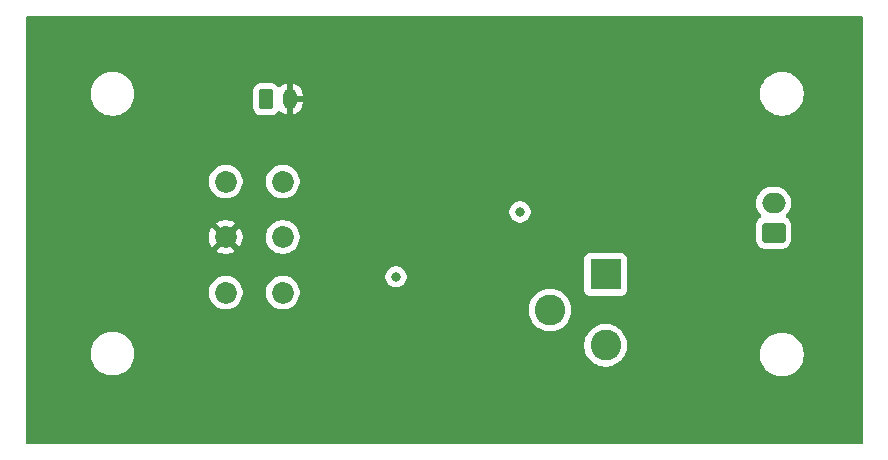
<source format=gbl>
%TF.GenerationSoftware,KiCad,Pcbnew,9.0.1*%
%TF.CreationDate,2025-06-05T12:59:16-07:00*%
%TF.ProjectId,chop_battery_board,63686f70-5f62-4617-9474-6572795f626f,rev?*%
%TF.SameCoordinates,Original*%
%TF.FileFunction,Copper,L4,Bot*%
%TF.FilePolarity,Positive*%
%FSLAX46Y46*%
G04 Gerber Fmt 4.6, Leading zero omitted, Abs format (unit mm)*
G04 Created by KiCad (PCBNEW 9.0.1) date 2025-06-05 12:59:16*
%MOMM*%
%LPD*%
G01*
G04 APERTURE LIST*
G04 Aperture macros list*
%AMRoundRect*
0 Rectangle with rounded corners*
0 $1 Rounding radius*
0 $2 $3 $4 $5 $6 $7 $8 $9 X,Y pos of 4 corners*
0 Add a 4 corners polygon primitive as box body*
4,1,4,$2,$3,$4,$5,$6,$7,$8,$9,$2,$3,0*
0 Add four circle primitives for the rounded corners*
1,1,$1+$1,$2,$3*
1,1,$1+$1,$4,$5*
1,1,$1+$1,$6,$7*
1,1,$1+$1,$8,$9*
0 Add four rect primitives between the rounded corners*
20,1,$1+$1,$2,$3,$4,$5,0*
20,1,$1+$1,$4,$5,$6,$7,0*
20,1,$1+$1,$6,$7,$8,$9,0*
20,1,$1+$1,$8,$9,$2,$3,0*%
G04 Aperture macros list end*
%TA.AperFunction,ComponentPad*%
%ADD10C,1.850000*%
%TD*%
%TA.AperFunction,ComponentPad*%
%ADD11R,2.600000X2.600000*%
%TD*%
%TA.AperFunction,ComponentPad*%
%ADD12C,2.600000*%
%TD*%
%TA.AperFunction,ComponentPad*%
%ADD13RoundRect,0.250000X0.750000X-0.600000X0.750000X0.600000X-0.750000X0.600000X-0.750000X-0.600000X0*%
%TD*%
%TA.AperFunction,ComponentPad*%
%ADD14O,2.000000X1.700000*%
%TD*%
%TA.AperFunction,ComponentPad*%
%ADD15RoundRect,0.250000X-0.350000X-0.625000X0.350000X-0.625000X0.350000X0.625000X-0.350000X0.625000X0*%
%TD*%
%TA.AperFunction,ComponentPad*%
%ADD16O,1.200000X1.750000*%
%TD*%
%TA.AperFunction,ViaPad*%
%ADD17C,0.800000*%
%TD*%
G04 APERTURE END LIST*
D10*
%TO.P,SW1,1,A*%
%TO.N,Net-(SW1-A-Pad1)*%
X157085000Y-117429706D03*
%TO.P,SW1,2,B*%
%TO.N,Net-(J13-Pin_2)*%
X157085000Y-122129706D03*
%TO.P,SW1,3,C*%
%TO.N,Net-(U1-IN+)*%
X157085000Y-126829706D03*
%TO.P,SW1,4,A*%
%TO.N,GND*%
X161915000Y-126829706D03*
%TO.P,SW1,5,B*%
%TO.N,Net-(D2-A)*%
X161915000Y-122129706D03*
%TO.P,SW1,6,C*%
%TO.N,Net-(SW1-A-Pad1)*%
X161915000Y-117429706D03*
%TD*%
D11*
%TO.P,J1,1*%
%TO.N,/ChargerVoltage*%
X189250000Y-125300000D03*
D12*
%TO.P,J1,2*%
%TO.N,GND*%
X189250000Y-131300000D03*
%TO.P,J1,3*%
%TO.N,N/C*%
X184550000Y-128300000D03*
%TD*%
D13*
%TO.P,J14,1,Pin_1*%
%TO.N,Net-(D2-A)*%
X203467500Y-121750000D03*
D14*
%TO.P,J14,2,Pin_2*%
%TO.N,GND*%
X203467500Y-119250000D03*
%TD*%
D15*
%TO.P,J13,1,Pin_1*%
%TO.N,GND*%
X160500000Y-110450000D03*
D16*
%TO.P,J13,2,Pin_2*%
%TO.N,Net-(J13-Pin_2)*%
X162500000Y-110450000D03*
%TD*%
D17*
%TO.N,GND*%
X182000000Y-120000000D03*
X171500000Y-125500000D03*
%TO.N,Net-(J13-Pin_2)*%
X183500000Y-116500000D03*
%TD*%
%TA.AperFunction,Conductor*%
%TO.N,Net-(J13-Pin_2)*%
G36*
X210948408Y-103420233D02*
G01*
X211002946Y-103474771D01*
X211022908Y-103549271D01*
X211022908Y-139530271D01*
X211002946Y-139604771D01*
X210948408Y-139659309D01*
X210873908Y-139679271D01*
X140316908Y-139679271D01*
X140242408Y-139659309D01*
X140187870Y-139604771D01*
X140167908Y-139530271D01*
X140167908Y-131878706D01*
X145649500Y-131878706D01*
X145649500Y-132121293D01*
X145681160Y-132361781D01*
X145743947Y-132596103D01*
X145836778Y-132820216D01*
X145893398Y-132918284D01*
X145958064Y-133030289D01*
X146105735Y-133222738D01*
X146277262Y-133394265D01*
X146469711Y-133541936D01*
X146679788Y-133663224D01*
X146903900Y-133756054D01*
X147138211Y-133818838D01*
X147138217Y-133818838D01*
X147138218Y-133818839D01*
X147203600Y-133827446D01*
X147378712Y-133850500D01*
X147621288Y-133850500D01*
X147861789Y-133818838D01*
X148096100Y-133756054D01*
X148320212Y-133663224D01*
X148530289Y-133541936D01*
X148722738Y-133394265D01*
X148894265Y-133222738D01*
X149041936Y-133030289D01*
X149163224Y-132820212D01*
X149256054Y-132596100D01*
X149318838Y-132361789D01*
X149350500Y-132121288D01*
X149350500Y-131878712D01*
X149318838Y-131638211D01*
X149256054Y-131403900D01*
X149164133Y-131181983D01*
X187449500Y-131181983D01*
X187449500Y-131418016D01*
X187480305Y-131652006D01*
X187480306Y-131652012D01*
X187480307Y-131652014D01*
X187498046Y-131718218D01*
X187541395Y-131879996D01*
X187631719Y-132098056D01*
X187691321Y-132201288D01*
X187749727Y-132302450D01*
X187893408Y-132489699D01*
X188060301Y-132656592D01*
X188247550Y-132800273D01*
X188346205Y-132857231D01*
X188451943Y-132918280D01*
X188451946Y-132918281D01*
X188451951Y-132918284D01*
X188670007Y-133008606D01*
X188897986Y-133069693D01*
X188897992Y-133069693D01*
X188897993Y-133069694D01*
X188961603Y-133078068D01*
X189131989Y-133100500D01*
X189368011Y-133100500D01*
X189602014Y-133069693D01*
X189829993Y-133008606D01*
X190048049Y-132918284D01*
X190252450Y-132800273D01*
X190439699Y-132656592D01*
X190606592Y-132489699D01*
X190750273Y-132302450D01*
X190868284Y-132098049D01*
X190926002Y-131958706D01*
X202323500Y-131958706D01*
X202323500Y-132201293D01*
X202355160Y-132441781D01*
X202417947Y-132676103D01*
X202510778Y-132900216D01*
X202521210Y-132918284D01*
X202632064Y-133110289D01*
X202779735Y-133302738D01*
X202951262Y-133474265D01*
X203143711Y-133621936D01*
X203353788Y-133743224D01*
X203577900Y-133836054D01*
X203812211Y-133898838D01*
X203812217Y-133898838D01*
X203812218Y-133898839D01*
X203877600Y-133907446D01*
X204052712Y-133930500D01*
X204295288Y-133930500D01*
X204535789Y-133898838D01*
X204770100Y-133836054D01*
X204994212Y-133743224D01*
X205204289Y-133621936D01*
X205396738Y-133474265D01*
X205568265Y-133302738D01*
X205715936Y-133110289D01*
X205837224Y-132900212D01*
X205930054Y-132676100D01*
X205992838Y-132441789D01*
X206024500Y-132201288D01*
X206024500Y-131958712D01*
X205992838Y-131718211D01*
X205930054Y-131483900D01*
X205837224Y-131259788D01*
X205715936Y-131049711D01*
X205568265Y-130857262D01*
X205396738Y-130685735D01*
X205204289Y-130538064D01*
X205065723Y-130458063D01*
X204994216Y-130416778D01*
X204994214Y-130416777D01*
X204994212Y-130416776D01*
X204862932Y-130362398D01*
X204770103Y-130323947D01*
X204770101Y-130323946D01*
X204770100Y-130323946D01*
X204535789Y-130261162D01*
X204535787Y-130261161D01*
X204535781Y-130261160D01*
X204295293Y-130229500D01*
X204295288Y-130229500D01*
X204052712Y-130229500D01*
X204052706Y-130229500D01*
X203812218Y-130261160D01*
X203577896Y-130323947D01*
X203353783Y-130416778D01*
X203143712Y-130538063D01*
X203143711Y-130538064D01*
X202951262Y-130685735D01*
X202951260Y-130685736D01*
X202951256Y-130685740D01*
X202779740Y-130857256D01*
X202632063Y-131049712D01*
X202510778Y-131259783D01*
X202417947Y-131483896D01*
X202355160Y-131718218D01*
X202323500Y-131958706D01*
X190926002Y-131958706D01*
X190958606Y-131879993D01*
X191019693Y-131652014D01*
X191050500Y-131418011D01*
X191050500Y-131181989D01*
X191019693Y-130947986D01*
X190958606Y-130720007D01*
X190868284Y-130501951D01*
X190868281Y-130501946D01*
X190868280Y-130501943D01*
X190765513Y-130323947D01*
X190750273Y-130297550D01*
X190606592Y-130110301D01*
X190439699Y-129943408D01*
X190252450Y-129799727D01*
X190226013Y-129784463D01*
X190048056Y-129681719D01*
X189829996Y-129591395D01*
X189829994Y-129591394D01*
X189829993Y-129591394D01*
X189602014Y-129530307D01*
X189602012Y-129530306D01*
X189602006Y-129530305D01*
X189368016Y-129499500D01*
X189368011Y-129499500D01*
X189131989Y-129499500D01*
X189131983Y-129499500D01*
X188897993Y-129530305D01*
X188670003Y-129591395D01*
X188451943Y-129681719D01*
X188247551Y-129799726D01*
X188247550Y-129799727D01*
X188060301Y-129943408D01*
X188060299Y-129943409D01*
X188060295Y-129943413D01*
X187893413Y-130110295D01*
X187749726Y-130297551D01*
X187631719Y-130501943D01*
X187541395Y-130720003D01*
X187480305Y-130947993D01*
X187449500Y-131181983D01*
X149164133Y-131181983D01*
X149163224Y-131179788D01*
X149041936Y-130969711D01*
X148894265Y-130777262D01*
X148722738Y-130605735D01*
X148530289Y-130458064D01*
X148458776Y-130416776D01*
X148320216Y-130336778D01*
X148320214Y-130336777D01*
X148320212Y-130336776D01*
X148188932Y-130282398D01*
X148096103Y-130243947D01*
X148096101Y-130243946D01*
X148096100Y-130243946D01*
X147861789Y-130181162D01*
X147861787Y-130181161D01*
X147861781Y-130181160D01*
X147621293Y-130149500D01*
X147621288Y-130149500D01*
X147378712Y-130149500D01*
X147378706Y-130149500D01*
X147138218Y-130181160D01*
X146903896Y-130243947D01*
X146679783Y-130336778D01*
X146469712Y-130458063D01*
X146469711Y-130458064D01*
X146277262Y-130605735D01*
X146277260Y-130605736D01*
X146277256Y-130605740D01*
X146105740Y-130777256D01*
X145958063Y-130969712D01*
X145836778Y-131179783D01*
X145743947Y-131403896D01*
X145681160Y-131638218D01*
X145649500Y-131878706D01*
X140167908Y-131878706D01*
X140167908Y-126717517D01*
X155659500Y-126717517D01*
X155659500Y-126941895D01*
X155694600Y-127163510D01*
X155763937Y-127376910D01*
X155827646Y-127501943D01*
X155865803Y-127576831D01*
X155997689Y-127758357D01*
X156156349Y-127917017D01*
X156337875Y-128048903D01*
X156467789Y-128115098D01*
X156537795Y-128150768D01*
X156537797Y-128150768D01*
X156537798Y-128150769D01*
X156751195Y-128220106D01*
X156972811Y-128255206D01*
X156972816Y-128255206D01*
X157197184Y-128255206D01*
X157197189Y-128255206D01*
X157418805Y-128220106D01*
X157632202Y-128150769D01*
X157832125Y-128048903D01*
X158013651Y-127917017D01*
X158172311Y-127758357D01*
X158304197Y-127576831D01*
X158406063Y-127376908D01*
X158475400Y-127163511D01*
X158510500Y-126941895D01*
X158510500Y-126717517D01*
X160489500Y-126717517D01*
X160489500Y-126941895D01*
X160524600Y-127163510D01*
X160593937Y-127376910D01*
X160657646Y-127501943D01*
X160695803Y-127576831D01*
X160827689Y-127758357D01*
X160986349Y-127917017D01*
X161167875Y-128048903D01*
X161297789Y-128115098D01*
X161367795Y-128150768D01*
X161367797Y-128150768D01*
X161367798Y-128150769D01*
X161581195Y-128220106D01*
X161802811Y-128255206D01*
X161802816Y-128255206D01*
X162027184Y-128255206D01*
X162027189Y-128255206D01*
X162248805Y-128220106D01*
X162366135Y-128181983D01*
X182749500Y-128181983D01*
X182749500Y-128418016D01*
X182780305Y-128652006D01*
X182841395Y-128879996D01*
X182931719Y-129098056D01*
X183034463Y-129276013D01*
X183049727Y-129302450D01*
X183193408Y-129489699D01*
X183360301Y-129656592D01*
X183547550Y-129800273D01*
X183646205Y-129857231D01*
X183751943Y-129918280D01*
X183751946Y-129918281D01*
X183751951Y-129918284D01*
X183970007Y-130008606D01*
X184197986Y-130069693D01*
X184197992Y-130069693D01*
X184197993Y-130069694D01*
X184261603Y-130078068D01*
X184431989Y-130100500D01*
X184668011Y-130100500D01*
X184902014Y-130069693D01*
X185129993Y-130008606D01*
X185348049Y-129918284D01*
X185552450Y-129800273D01*
X185739699Y-129656592D01*
X185906592Y-129489699D01*
X186050273Y-129302450D01*
X186168284Y-129098049D01*
X186258606Y-128879993D01*
X186319693Y-128652014D01*
X186350500Y-128418011D01*
X186350500Y-128181989D01*
X186319693Y-127947986D01*
X186258606Y-127720007D01*
X186168284Y-127501951D01*
X186168281Y-127501946D01*
X186168280Y-127501943D01*
X186107231Y-127396205D01*
X186050273Y-127297550D01*
X185906592Y-127110301D01*
X185739699Y-126943408D01*
X185552450Y-126799727D01*
X185526013Y-126784463D01*
X185348056Y-126681719D01*
X185129996Y-126591395D01*
X185129994Y-126591394D01*
X185129993Y-126591394D01*
X184902014Y-126530307D01*
X184902012Y-126530306D01*
X184902006Y-126530305D01*
X184668016Y-126499500D01*
X184668011Y-126499500D01*
X184431989Y-126499500D01*
X184431983Y-126499500D01*
X184197993Y-126530305D01*
X183970003Y-126591395D01*
X183751943Y-126681719D01*
X183547551Y-126799726D01*
X183547550Y-126799727D01*
X183360301Y-126943408D01*
X183360299Y-126943409D01*
X183360295Y-126943413D01*
X183193413Y-127110295D01*
X183193409Y-127110299D01*
X183193408Y-127110301D01*
X183152579Y-127163511D01*
X183049726Y-127297551D01*
X182931719Y-127501943D01*
X182841395Y-127720003D01*
X182780305Y-127947993D01*
X182749500Y-128181983D01*
X162366135Y-128181983D01*
X162462202Y-128150769D01*
X162662125Y-128048903D01*
X162843651Y-127917017D01*
X163002311Y-127758357D01*
X163134197Y-127576831D01*
X163236063Y-127376908D01*
X163305400Y-127163511D01*
X163340500Y-126941895D01*
X163340500Y-126717517D01*
X163305400Y-126495901D01*
X163236063Y-126282504D01*
X163236062Y-126282503D01*
X163236062Y-126282501D01*
X163193751Y-126199462D01*
X163134197Y-126082581D01*
X163002311Y-125901055D01*
X162843651Y-125742395D01*
X162662125Y-125610509D01*
X162515935Y-125536021D01*
X162462204Y-125508643D01*
X162319937Y-125462418D01*
X162248805Y-125439306D01*
X162072030Y-125411308D01*
X170599500Y-125411308D01*
X170599500Y-125588691D01*
X170634105Y-125762663D01*
X170634106Y-125762667D01*
X170701986Y-125926546D01*
X170701987Y-125926548D01*
X170800533Y-126074031D01*
X170800536Y-126074035D01*
X170925965Y-126199464D01*
X170925968Y-126199466D01*
X171073451Y-126298012D01*
X171073453Y-126298013D01*
X171237334Y-126365894D01*
X171411309Y-126400500D01*
X171588691Y-126400500D01*
X171762666Y-126365894D01*
X171926547Y-126298013D01*
X172074035Y-126199464D01*
X172199464Y-126074035D01*
X172298013Y-125926547D01*
X172365894Y-125762666D01*
X172400500Y-125588691D01*
X172400500Y-125411309D01*
X172365894Y-125237334D01*
X172298013Y-125073453D01*
X172199464Y-124925965D01*
X172074035Y-124800536D01*
X172074031Y-124800533D01*
X171926548Y-124701987D01*
X171926546Y-124701986D01*
X171762667Y-124634106D01*
X171762663Y-124634105D01*
X171588691Y-124599500D01*
X171411309Y-124599500D01*
X171237336Y-124634105D01*
X171237332Y-124634106D01*
X171073453Y-124701986D01*
X171073451Y-124701987D01*
X170925968Y-124800533D01*
X170925963Y-124800537D01*
X170800537Y-124925963D01*
X170800533Y-124925968D01*
X170701987Y-125073451D01*
X170701986Y-125073453D01*
X170634106Y-125237332D01*
X170634105Y-125237336D01*
X170599500Y-125411308D01*
X162072030Y-125411308D01*
X162027189Y-125404206D01*
X161802811Y-125404206D01*
X161581195Y-125439306D01*
X161367795Y-125508643D01*
X161167873Y-125610510D01*
X161167872Y-125610510D01*
X160986350Y-125742394D01*
X160986347Y-125742396D01*
X160827690Y-125901053D01*
X160827688Y-125901056D01*
X160695804Y-126082578D01*
X160695804Y-126082579D01*
X160593937Y-126282501D01*
X160524600Y-126495901D01*
X160489500Y-126717517D01*
X158510500Y-126717517D01*
X158475400Y-126495901D01*
X158406063Y-126282504D01*
X158406062Y-126282503D01*
X158406062Y-126282501D01*
X158363751Y-126199462D01*
X158304197Y-126082581D01*
X158172311Y-125901055D01*
X158013651Y-125742395D01*
X157832125Y-125610509D01*
X157767167Y-125577411D01*
X157632204Y-125508643D01*
X157489937Y-125462418D01*
X157418805Y-125439306D01*
X157197189Y-125404206D01*
X156972811Y-125404206D01*
X156751195Y-125439306D01*
X156537795Y-125508643D01*
X156337873Y-125610510D01*
X156337872Y-125610510D01*
X156156350Y-125742394D01*
X156156347Y-125742396D01*
X155997690Y-125901053D01*
X155997688Y-125901056D01*
X155865804Y-126082578D01*
X155865804Y-126082579D01*
X155763937Y-126282501D01*
X155694600Y-126495901D01*
X155659500Y-126717517D01*
X140167908Y-126717517D01*
X140167908Y-123952114D01*
X187449500Y-123952114D01*
X187449500Y-126647863D01*
X187449502Y-126647888D01*
X187455908Y-126707478D01*
X187455909Y-126707484D01*
X187506202Y-126842329D01*
X187506204Y-126842333D01*
X187592452Y-126957544D01*
X187592455Y-126957547D01*
X187707666Y-127043795D01*
X187707670Y-127043797D01*
X187842517Y-127094091D01*
X187902114Y-127100499D01*
X187902118Y-127100499D01*
X187902127Y-127100500D01*
X190597872Y-127100499D01*
X190657483Y-127094091D01*
X190753447Y-127058298D01*
X190792329Y-127043797D01*
X190792333Y-127043795D01*
X190849938Y-127000671D01*
X190907546Y-126957546D01*
X190993796Y-126842331D01*
X191044091Y-126707483D01*
X191046861Y-126681716D01*
X191050499Y-126647885D01*
X191050499Y-126647882D01*
X191050500Y-126647873D01*
X191050499Y-123952128D01*
X191044091Y-123892517D01*
X191029588Y-123853633D01*
X190993797Y-123757670D01*
X190993795Y-123757666D01*
X190907547Y-123642455D01*
X190907544Y-123642452D01*
X190792333Y-123556204D01*
X190792329Y-123556202D01*
X190657482Y-123505908D01*
X190597876Y-123499500D01*
X187902136Y-123499500D01*
X187902111Y-123499502D01*
X187842521Y-123505908D01*
X187842515Y-123505909D01*
X187707670Y-123556202D01*
X187707666Y-123556204D01*
X187592455Y-123642452D01*
X187592452Y-123642455D01*
X187506204Y-123757666D01*
X187506202Y-123757670D01*
X187455908Y-123892517D01*
X187449500Y-123952114D01*
X140167908Y-123952114D01*
X140167908Y-122017560D01*
X155660000Y-122017560D01*
X155660000Y-122241851D01*
X155695088Y-122463390D01*
X155764402Y-122676717D01*
X155764403Y-122676721D01*
X155866232Y-122876569D01*
X155866236Y-122876576D01*
X155916034Y-122945117D01*
X156602037Y-122259114D01*
X156619075Y-122322699D01*
X156684901Y-122436713D01*
X156777993Y-122529805D01*
X156892007Y-122595631D01*
X156955590Y-122612668D01*
X156269587Y-123298670D01*
X156338138Y-123348475D01*
X156537984Y-123450301D01*
X156537988Y-123450303D01*
X156751315Y-123519617D01*
X156972855Y-123554706D01*
X157197145Y-123554706D01*
X157418684Y-123519617D01*
X157632011Y-123450303D01*
X157632015Y-123450301D01*
X157831864Y-123348473D01*
X157900411Y-123298671D01*
X157900411Y-123298670D01*
X157214409Y-122612668D01*
X157277993Y-122595631D01*
X157392007Y-122529805D01*
X157485099Y-122436713D01*
X157550925Y-122322699D01*
X157567962Y-122259115D01*
X158253964Y-122945117D01*
X158253965Y-122945117D01*
X158303767Y-122876570D01*
X158405595Y-122676721D01*
X158405597Y-122676717D01*
X158474911Y-122463390D01*
X158510000Y-122241851D01*
X158510000Y-122017560D01*
X158509993Y-122017517D01*
X160489500Y-122017517D01*
X160489500Y-122241895D01*
X160520356Y-122436713D01*
X160524600Y-122463510D01*
X160593937Y-122676910D01*
X160662705Y-122811873D01*
X160695673Y-122876576D01*
X160695804Y-122876832D01*
X160695804Y-122876833D01*
X160761746Y-122967594D01*
X160827689Y-123058357D01*
X160986349Y-123217017D01*
X161167875Y-123348903D01*
X161297789Y-123415098D01*
X161367795Y-123450768D01*
X161367797Y-123450768D01*
X161367798Y-123450769D01*
X161581195Y-123520106D01*
X161802811Y-123555206D01*
X161802816Y-123555206D01*
X162027184Y-123555206D01*
X162027189Y-123555206D01*
X162248805Y-123520106D01*
X162462202Y-123450769D01*
X162662125Y-123348903D01*
X162843651Y-123217017D01*
X163002311Y-123058357D01*
X163134197Y-122876831D01*
X163236063Y-122676908D01*
X163305400Y-122463511D01*
X163340500Y-122241895D01*
X163340500Y-122017517D01*
X163305400Y-121795901D01*
X163236063Y-121582504D01*
X163236062Y-121582503D01*
X163236062Y-121582501D01*
X163200392Y-121512495D01*
X163134197Y-121382581D01*
X163002311Y-121201055D01*
X162843651Y-121042395D01*
X162662125Y-120910509D01*
X162597167Y-120877411D01*
X162462204Y-120808643D01*
X162319937Y-120762418D01*
X162248805Y-120739306D01*
X162027189Y-120704206D01*
X161802811Y-120704206D01*
X161581195Y-120739306D01*
X161367795Y-120808643D01*
X161167873Y-120910510D01*
X161167872Y-120910510D01*
X160986350Y-121042394D01*
X160986347Y-121042396D01*
X160827690Y-121201053D01*
X160827688Y-121201056D01*
X160695804Y-121382578D01*
X160695804Y-121382579D01*
X160593937Y-121582501D01*
X160567528Y-121663781D01*
X160524600Y-121795901D01*
X160489500Y-122017517D01*
X158509993Y-122017517D01*
X158474911Y-121796021D01*
X158405597Y-121582694D01*
X158405595Y-121582690D01*
X158303769Y-121382844D01*
X158253964Y-121314293D01*
X157567962Y-122000295D01*
X157550925Y-121936713D01*
X157485099Y-121822699D01*
X157392007Y-121729607D01*
X157277993Y-121663781D01*
X157214408Y-121646743D01*
X157900411Y-120960740D01*
X157900411Y-120960739D01*
X157831870Y-120910942D01*
X157831863Y-120910938D01*
X157632015Y-120809109D01*
X157632011Y-120809108D01*
X157418684Y-120739794D01*
X157197145Y-120704706D01*
X156972855Y-120704706D01*
X156751315Y-120739794D01*
X156537988Y-120809108D01*
X156537984Y-120809109D01*
X156338136Y-120910937D01*
X156269587Y-120960739D01*
X156955591Y-121646743D01*
X156892007Y-121663781D01*
X156777993Y-121729607D01*
X156684901Y-121822699D01*
X156619075Y-121936713D01*
X156602037Y-122000297D01*
X155916033Y-121314293D01*
X155866231Y-121382842D01*
X155764403Y-121582690D01*
X155764402Y-121582694D01*
X155695088Y-121796021D01*
X155660000Y-122017560D01*
X140167908Y-122017560D01*
X140167908Y-119911308D01*
X181099500Y-119911308D01*
X181099500Y-120088691D01*
X181134105Y-120262663D01*
X181134106Y-120262667D01*
X181201986Y-120426546D01*
X181201987Y-120426548D01*
X181289346Y-120557288D01*
X181300536Y-120574035D01*
X181425965Y-120699464D01*
X181425968Y-120699466D01*
X181573451Y-120798012D01*
X181573453Y-120798013D01*
X181737334Y-120865894D01*
X181911309Y-120900500D01*
X182088691Y-120900500D01*
X182262666Y-120865894D01*
X182426547Y-120798013D01*
X182574035Y-120699464D01*
X182699464Y-120574035D01*
X182798013Y-120426547D01*
X182865894Y-120262666D01*
X182900500Y-120088691D01*
X182900500Y-119911309D01*
X182865894Y-119737334D01*
X182798013Y-119573453D01*
X182793195Y-119566243D01*
X182699466Y-119425968D01*
X182699462Y-119425963D01*
X182574036Y-119300537D01*
X182574028Y-119300531D01*
X182515985Y-119261747D01*
X182426549Y-119201987D01*
X182426546Y-119201986D01*
X182285861Y-119143713D01*
X201967000Y-119143713D01*
X201967000Y-119356287D01*
X202000254Y-119566243D01*
X202065943Y-119768412D01*
X202138752Y-119911308D01*
X202162450Y-119957817D01*
X202162450Y-119957818D01*
X202287395Y-120129790D01*
X202287397Y-120129793D01*
X202403848Y-120246244D01*
X202442412Y-120313039D01*
X202442412Y-120390167D01*
X202403848Y-120456962D01*
X202376710Y-120478420D01*
X202248843Y-120557288D01*
X202124788Y-120681343D01*
X202032686Y-120830666D01*
X201977501Y-120997201D01*
X201967000Y-121099995D01*
X201967000Y-122400003D01*
X201973488Y-122463510D01*
X201977501Y-122502797D01*
X202032686Y-122669334D01*
X202124788Y-122818656D01*
X202248844Y-122942712D01*
X202398166Y-123034814D01*
X202564703Y-123089999D01*
X202667491Y-123100500D01*
X204267508Y-123100499D01*
X204370297Y-123089999D01*
X204536834Y-123034814D01*
X204686156Y-122942712D01*
X204810212Y-122818656D01*
X204902314Y-122669334D01*
X204957499Y-122502797D01*
X204968000Y-122400009D01*
X204967999Y-121099992D01*
X204957499Y-120997203D01*
X204902314Y-120830666D01*
X204810212Y-120681344D01*
X204686156Y-120557288D01*
X204558287Y-120478418D01*
X204505360Y-120422319D01*
X204487573Y-120347270D01*
X204509693Y-120273382D01*
X204531152Y-120246244D01*
X204647596Y-120129800D01*
X204647604Y-120129792D01*
X204772551Y-119957816D01*
X204869057Y-119768412D01*
X204934746Y-119566243D01*
X204968000Y-119356287D01*
X204968000Y-119143713D01*
X204934746Y-118933757D01*
X204869057Y-118731588D01*
X204772551Y-118542184D01*
X204647604Y-118370208D01*
X204497292Y-118219896D01*
X204325316Y-118094949D01*
X204135912Y-117998443D01*
X203933743Y-117932754D01*
X203723787Y-117899500D01*
X203211213Y-117899500D01*
X203036249Y-117927211D01*
X203001256Y-117932754D01*
X202865359Y-117976910D01*
X202799088Y-117998443D01*
X202799082Y-117998445D01*
X202799082Y-117998446D01*
X202609682Y-118094950D01*
X202609681Y-118094950D01*
X202437709Y-118219895D01*
X202437706Y-118219897D01*
X202287397Y-118370206D01*
X202287395Y-118370209D01*
X202162450Y-118542181D01*
X202162450Y-118542182D01*
X202065946Y-118731582D01*
X202065941Y-118731594D01*
X202037182Y-118820106D01*
X202000254Y-118933757D01*
X201967000Y-119143713D01*
X182285861Y-119143713D01*
X182262667Y-119134106D01*
X182262663Y-119134105D01*
X182088691Y-119099500D01*
X181911309Y-119099500D01*
X181737336Y-119134105D01*
X181737332Y-119134106D01*
X181573453Y-119201986D01*
X181573451Y-119201987D01*
X181425968Y-119300533D01*
X181425963Y-119300537D01*
X181300537Y-119425963D01*
X181300533Y-119425968D01*
X181201987Y-119573451D01*
X181201986Y-119573453D01*
X181134106Y-119737332D01*
X181134105Y-119737336D01*
X181099500Y-119911308D01*
X140167908Y-119911308D01*
X140167908Y-117317517D01*
X155659500Y-117317517D01*
X155659500Y-117541895D01*
X155694600Y-117763510D01*
X155763937Y-117976910D01*
X155824082Y-118094949D01*
X155865803Y-118176831D01*
X155997689Y-118358357D01*
X156156349Y-118517017D01*
X156337875Y-118648903D01*
X156467789Y-118715098D01*
X156537795Y-118750768D01*
X156537797Y-118750768D01*
X156537798Y-118750769D01*
X156751195Y-118820106D01*
X156972811Y-118855206D01*
X156972816Y-118855206D01*
X157197184Y-118855206D01*
X157197189Y-118855206D01*
X157418805Y-118820106D01*
X157632202Y-118750769D01*
X157832125Y-118648903D01*
X158013651Y-118517017D01*
X158172311Y-118358357D01*
X158304197Y-118176831D01*
X158406063Y-117976908D01*
X158475400Y-117763511D01*
X158510500Y-117541895D01*
X158510500Y-117317517D01*
X160489500Y-117317517D01*
X160489500Y-117541895D01*
X160524600Y-117763510D01*
X160593937Y-117976910D01*
X160654082Y-118094949D01*
X160695803Y-118176831D01*
X160827689Y-118358357D01*
X160986349Y-118517017D01*
X161167875Y-118648903D01*
X161297789Y-118715098D01*
X161367795Y-118750768D01*
X161367797Y-118750768D01*
X161367798Y-118750769D01*
X161581195Y-118820106D01*
X161802811Y-118855206D01*
X161802816Y-118855206D01*
X162027184Y-118855206D01*
X162027189Y-118855206D01*
X162248805Y-118820106D01*
X162462202Y-118750769D01*
X162662125Y-118648903D01*
X162843651Y-118517017D01*
X163002311Y-118358357D01*
X163134197Y-118176831D01*
X163236063Y-117976908D01*
X163305400Y-117763511D01*
X163340500Y-117541895D01*
X163340500Y-117317517D01*
X163305400Y-117095901D01*
X163236063Y-116882504D01*
X163236062Y-116882503D01*
X163236062Y-116882501D01*
X163200392Y-116812495D01*
X163134197Y-116682581D01*
X163002311Y-116501055D01*
X162843651Y-116342395D01*
X162662125Y-116210509D01*
X162597167Y-116177411D01*
X162462204Y-116108643D01*
X162319937Y-116062418D01*
X162248805Y-116039306D01*
X162027189Y-116004206D01*
X161802811Y-116004206D01*
X161581195Y-116039306D01*
X161367795Y-116108643D01*
X161167873Y-116210510D01*
X161167872Y-116210510D01*
X160986350Y-116342394D01*
X160986347Y-116342396D01*
X160827690Y-116501053D01*
X160827688Y-116501056D01*
X160695804Y-116682578D01*
X160695804Y-116682579D01*
X160593937Y-116882501D01*
X160524600Y-117095901D01*
X160489500Y-117317517D01*
X158510500Y-117317517D01*
X158475400Y-117095901D01*
X158406063Y-116882504D01*
X158406062Y-116882503D01*
X158406062Y-116882501D01*
X158370392Y-116812495D01*
X158304197Y-116682581D01*
X158172311Y-116501055D01*
X158013651Y-116342395D01*
X157832125Y-116210509D01*
X157767167Y-116177411D01*
X157632204Y-116108643D01*
X157489937Y-116062418D01*
X157418805Y-116039306D01*
X157197189Y-116004206D01*
X156972811Y-116004206D01*
X156751195Y-116039306D01*
X156537795Y-116108643D01*
X156337873Y-116210510D01*
X156337872Y-116210510D01*
X156156350Y-116342394D01*
X156156347Y-116342396D01*
X155997690Y-116501053D01*
X155997688Y-116501056D01*
X155865804Y-116682578D01*
X155865804Y-116682579D01*
X155763937Y-116882501D01*
X155694600Y-117095901D01*
X155659500Y-117317517D01*
X140167908Y-117317517D01*
X140167908Y-109878706D01*
X145649500Y-109878706D01*
X145649500Y-110121293D01*
X145681160Y-110361781D01*
X145681161Y-110361787D01*
X145681162Y-110361789D01*
X145743946Y-110596100D01*
X145836776Y-110820212D01*
X145958064Y-111030289D01*
X146105735Y-111222738D01*
X146277262Y-111394265D01*
X146469711Y-111541936D01*
X146679788Y-111663224D01*
X146903900Y-111756054D01*
X147138211Y-111818838D01*
X147138217Y-111818838D01*
X147138218Y-111818839D01*
X147188807Y-111825499D01*
X147378712Y-111850500D01*
X147621288Y-111850500D01*
X147861789Y-111818838D01*
X148096100Y-111756054D01*
X148320212Y-111663224D01*
X148530289Y-111541936D01*
X148722738Y-111394265D01*
X148894265Y-111222738D01*
X149041936Y-111030289D01*
X149163224Y-110820212D01*
X149256054Y-110596100D01*
X149318838Y-110361789D01*
X149350500Y-110121288D01*
X149350500Y-109878712D01*
X149350499Y-109878704D01*
X149338907Y-109790645D01*
X149336847Y-109774995D01*
X159399500Y-109774995D01*
X159399500Y-111125003D01*
X159399501Y-111125008D01*
X159410001Y-111227797D01*
X159465186Y-111394334D01*
X159557288Y-111543656D01*
X159681344Y-111667712D01*
X159830666Y-111759814D01*
X159997203Y-111814999D01*
X160099991Y-111825500D01*
X160900008Y-111825499D01*
X161002797Y-111814999D01*
X161169334Y-111759814D01*
X161318656Y-111667712D01*
X161442712Y-111543656D01*
X161465982Y-111505928D01*
X161522082Y-111453002D01*
X161597130Y-111435214D01*
X161671019Y-111457334D01*
X161698157Y-111478792D01*
X161783396Y-111564031D01*
X161783399Y-111564033D01*
X161923473Y-111665802D01*
X162077744Y-111744409D01*
X162242411Y-111797912D01*
X162250000Y-111799114D01*
X162250000Y-110730330D01*
X162269745Y-110750075D01*
X162355255Y-110799444D01*
X162450630Y-110825000D01*
X162549370Y-110825000D01*
X162644745Y-110799444D01*
X162730255Y-110750075D01*
X162750000Y-110730330D01*
X162750000Y-111799114D01*
X162757588Y-111797912D01*
X162922255Y-111744409D01*
X163076526Y-111665802D01*
X163076527Y-111665802D01*
X163216600Y-111564033D01*
X163216603Y-111564031D01*
X163339031Y-111441603D01*
X163339033Y-111441600D01*
X163440802Y-111301527D01*
X163440802Y-111301526D01*
X163519409Y-111147253D01*
X163572913Y-110982586D01*
X163600000Y-110811567D01*
X163600000Y-110700000D01*
X162780330Y-110700000D01*
X162800075Y-110680255D01*
X162849444Y-110594745D01*
X162875000Y-110499370D01*
X162875000Y-110400630D01*
X162849444Y-110305255D01*
X162800075Y-110219745D01*
X162780330Y-110200000D01*
X163600000Y-110200000D01*
X163600000Y-110088432D01*
X163572913Y-109917414D01*
X163560336Y-109878706D01*
X202323500Y-109878706D01*
X202323500Y-110121293D01*
X202355160Y-110361781D01*
X202355161Y-110361787D01*
X202355162Y-110361789D01*
X202417946Y-110596100D01*
X202510776Y-110820212D01*
X202632064Y-111030289D01*
X202779735Y-111222738D01*
X202951262Y-111394265D01*
X203143711Y-111541936D01*
X203353788Y-111663224D01*
X203577900Y-111756054D01*
X203812211Y-111818838D01*
X203812217Y-111818838D01*
X203812218Y-111818839D01*
X203862807Y-111825499D01*
X204052712Y-111850500D01*
X204295288Y-111850500D01*
X204535789Y-111818838D01*
X204770100Y-111756054D01*
X204994212Y-111663224D01*
X205204289Y-111541936D01*
X205396738Y-111394265D01*
X205568265Y-111222738D01*
X205715936Y-111030289D01*
X205837224Y-110820212D01*
X205930054Y-110596100D01*
X205992838Y-110361789D01*
X206024500Y-110121288D01*
X206024500Y-109878712D01*
X205992838Y-109638211D01*
X205930054Y-109403900D01*
X205837224Y-109179788D01*
X205715936Y-108969711D01*
X205568265Y-108777262D01*
X205396738Y-108605735D01*
X205204289Y-108458064D01*
X205134263Y-108417634D01*
X204994216Y-108336778D01*
X204994214Y-108336777D01*
X204994212Y-108336776D01*
X204862932Y-108282398D01*
X204770103Y-108243947D01*
X204770101Y-108243946D01*
X204770100Y-108243946D01*
X204535789Y-108181162D01*
X204535787Y-108181161D01*
X204535781Y-108181160D01*
X204295293Y-108149500D01*
X204295288Y-108149500D01*
X204052712Y-108149500D01*
X204052706Y-108149500D01*
X203812218Y-108181160D01*
X203577896Y-108243947D01*
X203353783Y-108336778D01*
X203143712Y-108458063D01*
X203143711Y-108458064D01*
X202951262Y-108605735D01*
X202951260Y-108605736D01*
X202951256Y-108605740D01*
X202779740Y-108777256D01*
X202632063Y-108969712D01*
X202510778Y-109179783D01*
X202417947Y-109403896D01*
X202355160Y-109638218D01*
X202323500Y-109878706D01*
X163560336Y-109878706D01*
X163519409Y-109752744D01*
X163440802Y-109598473D01*
X163440802Y-109598472D01*
X163339033Y-109458399D01*
X163339031Y-109458396D01*
X163216603Y-109335968D01*
X163216600Y-109335966D01*
X163076526Y-109234197D01*
X162922253Y-109155590D01*
X162757586Y-109102086D01*
X162750000Y-109100884D01*
X162750000Y-110169670D01*
X162730255Y-110149925D01*
X162644745Y-110100556D01*
X162549370Y-110075000D01*
X162450630Y-110075000D01*
X162355255Y-110100556D01*
X162269745Y-110149925D01*
X162250000Y-110169670D01*
X162250000Y-109100884D01*
X162249999Y-109100884D01*
X162242414Y-109102086D01*
X162242412Y-109102086D01*
X162077746Y-109155590D01*
X161923473Y-109234197D01*
X161923472Y-109234197D01*
X161783399Y-109335966D01*
X161783396Y-109335968D01*
X161698157Y-109421208D01*
X161631362Y-109459772D01*
X161554234Y-109459772D01*
X161487439Y-109421208D01*
X161465981Y-109394070D01*
X161442711Y-109356343D01*
X161318656Y-109232288D01*
X161233531Y-109179783D01*
X161169334Y-109140186D01*
X161050729Y-109100884D01*
X161002798Y-109085001D01*
X160985665Y-109083250D01*
X160900009Y-109074500D01*
X160900004Y-109074500D01*
X160099996Y-109074500D01*
X159997202Y-109085001D01*
X159830666Y-109140186D01*
X159681343Y-109232288D01*
X159557288Y-109356343D01*
X159465186Y-109505666D01*
X159410001Y-109672201D01*
X159399500Y-109774995D01*
X149336847Y-109774995D01*
X149318839Y-109638218D01*
X149318838Y-109638217D01*
X149318838Y-109638211D01*
X149256054Y-109403900D01*
X149163224Y-109179788D01*
X149041936Y-108969711D01*
X148894265Y-108777262D01*
X148722738Y-108605735D01*
X148530289Y-108458064D01*
X148460263Y-108417634D01*
X148320216Y-108336778D01*
X148320214Y-108336777D01*
X148320212Y-108336776D01*
X148188932Y-108282398D01*
X148096103Y-108243947D01*
X148096101Y-108243946D01*
X148096100Y-108243946D01*
X147861789Y-108181162D01*
X147861787Y-108181161D01*
X147861781Y-108181160D01*
X147621293Y-108149500D01*
X147621288Y-108149500D01*
X147378712Y-108149500D01*
X147378706Y-108149500D01*
X147138218Y-108181160D01*
X146903896Y-108243947D01*
X146679783Y-108336778D01*
X146469712Y-108458063D01*
X146469711Y-108458064D01*
X146277262Y-108605735D01*
X146277260Y-108605736D01*
X146277256Y-108605740D01*
X146105740Y-108777256D01*
X145958063Y-108969712D01*
X145836778Y-109179783D01*
X145743947Y-109403896D01*
X145681160Y-109638218D01*
X145649500Y-109878706D01*
X140167908Y-109878706D01*
X140167908Y-103549271D01*
X140187870Y-103474771D01*
X140242408Y-103420233D01*
X140316908Y-103400271D01*
X210873908Y-103400271D01*
X210948408Y-103420233D01*
G37*
%TD.AperFunction*%
%TD*%
M02*

</source>
